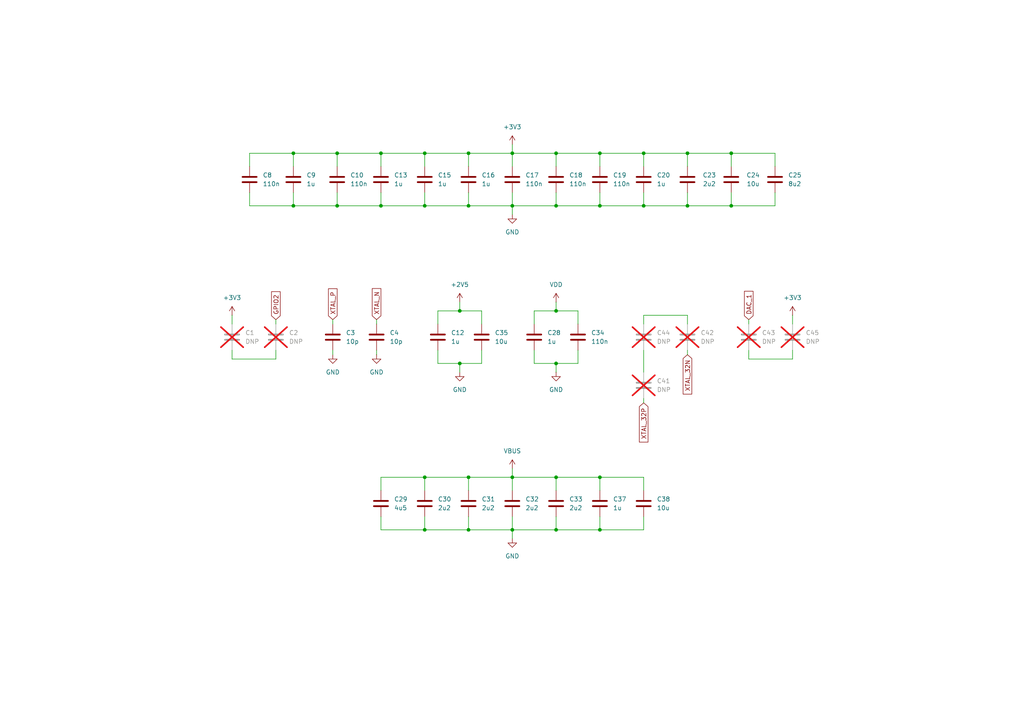
<source format=kicad_sch>
(kicad_sch (version 20231120) (generator "eeschema") (generator_version "8.0")
  (paper "A4")
  (title_block (title "MIG Dumper - Capacitors") (date "2024-09-14") (rev "1") (company "Carlos Sabogal"))
  (lib_symbols
    (symbol "Device:C" (pin_numbers hide) (pin_names (offset 0.254))
      (property "Reference" "C" (at 0.635 2.54 0))
      (property "Value" "C" (at 0.635 -2.54 0))
      (symbol "C_0_1"
        (polyline (pts (xy -2.032 -0.762) (xy 2.032 -0.762)) (stroke (width 0.508)))
        (polyline (pts (xy -2.032 0.762) (xy 2.032 0.762)) (stroke (width 0.508)))
      )
      (symbol "C_1_1"
        (pin passive line (at 0 3.81 270) (length 2.794) (name "~") (number "1"))
        (pin passive line (at 0 -3.81 90) (length 2.794) (name "~") (number "2"))
      )
    )
    (symbol "GND_2" (power) (pin_numbers hide) (pin_names (offset 0) hide)
      (property "Value" "GND" (at 0 -3.81 0))
      (symbol "GND_2_0_1"
        (polyline (pts (xy 0 0) (xy 0 -1.27) (xy 1.27 -1.27) (xy 0 -2.54) (xy -1.27 -1.27) (xy 0 -1.27)))
      )
      (symbol "GND_2_1_1"
        (pin power_in line (at 0 0 270) (length 0) (name "~") (number "1"))
      )
    )
    (symbol "power:+2V5" (power) (pin_numbers hide) (pin_names (offset 0) hide)
      (property "Value" "+2V5" (at 0 3.556 0))
      (symbol "+2V5_0_1"
        (polyline (pts (xy -0.762 1.27) (xy 0 2.54)))
        (polyline (pts (xy 0 0) (xy 0 2.54)))
        (polyline (pts (xy 0 2.54) (xy 0.762 1.27)))
      )
      (symbol "+2V5_1_1"
        (pin power_in line (at 0 0 90) (length 0) (name "~") (number "1"))
      )
    )
    (symbol "power:+3V3" (power) (pin_numbers hide) (pin_names (offset 0) hide)
      (property "Value" "+3V3" (at 0 3.556 0))
      (symbol "+3V3_0_1"
        (polyline (pts (xy -0.762 1.27) (xy 0 2.54)))
        (polyline (pts (xy 0 0) (xy 0 2.54)))
        (polyline (pts (xy 0 2.54) (xy 0.762 1.27)))
      )
      (symbol "+3V3_1_1"
        (pin power_in line (at 0 0 90) (length 0) (name "~") (number "1"))
      )
    )
    (symbol "power:VBUS" (power) (pin_numbers hide) (pin_names (offset 0) hide)
      (property "Value" "VBUS" (at 0 3.556 0))
      (symbol "VBUS_0_1"
        (polyline (pts (xy -0.762 1.27) (xy 0 2.54)))
        (polyline (pts (xy 0 0) (xy 0 2.54)))
        (polyline (pts (xy 0 2.54) (xy 0.762 1.27)))
      )
      (symbol "VBUS_1_1"
        (pin power_in line (at 0 0 90) (length 0) (name "~") (number "1"))
      )
    )
    (symbol "power:VDD" (power) (pin_numbers hide) (pin_names (offset 0) hide)
      (property "Value" "VDD" (at 0 3.556 0))
      (symbol "VDD_0_1"
        (polyline (pts (xy -0.762 1.27) (xy 0 2.54)))
        (polyline (pts (xy 0 0) (xy 0 2.54)))
        (polyline (pts (xy 0 2.54) (xy 0.762 1.27)))
      )
      (symbol "VDD_1_1"
        (pin power_in line (at 0 0 90) (length 0) (name "~") (number "1"))
      )
    )
  )
  (junction (at 161.29 59.69))
  (junction (at 212.09 59.69))
  (junction (at 173.99 44.45))
  (junction (at 135.89 153.67))
  (junction (at 161.29 138.43))
  (junction (at 199.39 59.69))
  (junction (at 212.09 44.45))
  (junction (at 123.19 44.45))
  (junction (at 148.59 44.45))
  (junction (at 133.35 90.17))
  (junction (at 148.59 59.69))
  (junction (at 161.29 105.41))
  (junction (at 123.19 153.67))
  (junction (at 135.89 138.43))
  (junction (at 148.59 138.43))
  (junction (at 173.99 138.43))
  (junction (at 123.19 138.43))
  (junction (at 97.79 44.45))
  (junction (at 110.49 59.69))
  (junction (at 135.89 44.45))
  (junction (at 123.19 59.69))
  (junction (at 85.09 59.69))
  (junction (at 135.89 59.69))
  (junction (at 85.09 44.45))
  (junction (at 161.29 153.67))
  (junction (at 161.29 44.45))
  (junction (at 199.39 44.45))
  (junction (at 161.29 90.17))
  (junction (at 186.69 44.45))
  (junction (at 148.59 153.67))
  (junction (at 97.79 59.69))
  (junction (at 110.49 44.45))
  (junction (at 186.69 59.69))
  (junction (at 133.35 105.41))
  (junction (at 173.99 59.69))
  (junction (at 173.99 153.67))
  (wire (pts (xy 161.29 90.17) (xy 167.64 90.17)))
  (wire (pts (xy 224.79 55.88) (xy 224.79 59.69)))
  (wire (pts (xy 67.31 91.44) (xy 67.31 93.98)))
  (wire (pts (xy 97.79 59.69) (xy 85.09 59.69)))
  (wire (pts (xy 186.69 48.26) (xy 186.69 44.45)))
  (wire (pts (xy 173.99 153.67) (xy 161.29 153.67)))
  (wire (pts (xy 173.99 44.45) (xy 173.99 48.26)))
  (wire (pts (xy 161.29 59.69) (xy 161.29 55.88)))
  (wire (pts (xy 133.35 105.41) (xy 127 105.41)))
  (wire (pts (xy 186.69 59.69) (xy 173.99 59.69)))
  (wire (pts (xy 85.09 44.45) (xy 97.79 44.45)))
  (wire (pts (xy 123.19 44.45) (xy 123.19 48.26)))
  (wire (pts (xy 80.01 92.71) (xy 80.01 93.98)))
  (wire (pts (xy 173.99 44.45) (xy 186.69 44.45)))
  (wire (pts (xy 167.64 90.17) (xy 167.64 93.98)))
  (wire (pts (xy 135.89 153.67) (xy 123.19 153.67)))
  (wire (pts (xy 217.17 93.98) (xy 217.17 92.71)))
  (wire (pts (xy 97.79 44.45) (xy 110.49 44.45)))
  (wire (pts (xy 154.94 105.41) (xy 154.94 101.6)))
  (wire (pts (xy 148.59 153.67) (xy 148.59 149.86)))
  (wire (pts (xy 123.19 138.43) (xy 123.19 142.24)))
  (wire (pts (xy 154.94 93.98) (xy 154.94 90.17)))
  (wire (pts (xy 135.89 153.67) (xy 148.59 153.67)))
  (wire (pts (xy 199.39 59.69) (xy 186.69 59.69)))
  (wire (pts (xy 173.99 138.43) (xy 173.99 142.24)))
  (wire (pts (xy 199.39 44.45) (xy 199.39 48.26)))
  (wire (pts (xy 148.59 138.43) (xy 148.59 135.89)))
  (wire (pts (xy 123.19 44.45) (xy 135.89 44.45)))
  (wire (pts (xy 154.94 90.17) (xy 161.29 90.17)))
  (wire (pts (xy 85.09 59.69) (xy 85.09 55.88)))
  (wire (pts (xy 186.69 115.57) (xy 186.69 116.84)))
  (wire (pts (xy 212.09 44.45) (xy 224.79 44.45)))
  (wire (pts (xy 186.69 142.24) (xy 186.69 138.43)))
  (wire (pts (xy 139.7 90.17) (xy 139.7 93.98)))
  (wire (pts (xy 127 90.17) (xy 133.35 90.17)))
  (wire (pts (xy 96.52 92.71) (xy 96.52 93.98)))
  (wire (pts (xy 161.29 105.41) (xy 161.29 107.95)))
  (wire (pts (xy 135.89 59.69) (xy 148.59 59.69)))
  (wire (pts (xy 173.99 149.86) (xy 173.99 153.67)))
  (wire (pts (xy 212.09 55.88) (xy 212.09 59.69)))
  (wire (pts (xy 135.89 55.88) (xy 135.89 59.69)))
  (wire (pts (xy 148.59 44.45) (xy 148.59 41.91)))
  (wire (pts (xy 186.69 153.67) (xy 186.69 149.86)))
  (wire (pts (xy 135.89 59.69) (xy 123.19 59.69)))
  (wire (pts (xy 199.39 44.45) (xy 212.09 44.45)))
  (wire (pts (xy 186.69 44.45) (xy 199.39 44.45)))
  (wire (pts (xy 224.79 59.69) (xy 212.09 59.69)))
  (wire (pts (xy 72.39 48.26) (xy 72.39 44.45)))
  (wire (pts (xy 85.09 44.45) (xy 85.09 48.26)))
  (wire (pts (xy 139.7 101.6) (xy 139.7 105.41)))
  (wire (pts (xy 186.69 59.69) (xy 186.69 55.88)))
  (wire (pts (xy 80.01 101.6) (xy 80.01 104.14)))
  (wire (pts (xy 161.29 153.67) (xy 161.29 149.86)))
  (wire (pts (xy 135.89 138.43) (xy 135.89 142.24)))
  (wire (pts (xy 110.49 59.69) (xy 97.79 59.69)))
  (wire (pts (xy 167.64 101.6) (xy 167.64 105.41)))
  (wire (pts (xy 161.29 153.67) (xy 148.59 153.67)))
  (wire (pts (xy 173.99 138.43) (xy 186.69 138.43)))
  (wire (pts (xy 72.39 44.45) (xy 85.09 44.45)))
  (wire (pts (xy 161.29 90.17) (xy 161.29 87.63)))
  (wire (pts (xy 148.59 142.24) (xy 148.59 138.43)))
  (wire (pts (xy 161.29 59.69) (xy 148.59 59.69)))
  (wire (pts (xy 199.39 102.87) (xy 199.39 101.6)))
  (wire (pts (xy 217.17 104.14) (xy 229.87 104.14)))
  (wire (pts (xy 148.59 138.43) (xy 161.29 138.43)))
  (wire (pts (xy 161.29 138.43) (xy 173.99 138.43)))
  (wire (pts (xy 80.01 104.14) (xy 67.31 104.14)))
  (wire (pts (xy 133.35 90.17) (xy 139.7 90.17)))
  (wire (pts (xy 199.39 91.44) (xy 186.69 91.44)))
  (wire (pts (xy 135.89 138.43) (xy 148.59 138.43)))
  (wire (pts (xy 212.09 59.69) (xy 199.39 59.69)))
  (wire (pts (xy 110.49 138.43) (xy 123.19 138.43)))
  (wire (pts (xy 123.19 153.67) (xy 110.49 153.67)))
  (wire (pts (xy 148.59 48.26) (xy 148.59 44.45)))
  (wire (pts (xy 161.29 138.43) (xy 161.29 142.24)))
  (wire (pts (xy 97.79 44.45) (xy 97.79 48.26)))
  (wire (pts (xy 135.89 44.45) (xy 148.59 44.45)))
  (wire (pts (xy 123.19 138.43) (xy 135.89 138.43)))
  (wire (pts (xy 110.49 59.69) (xy 110.49 55.88)))
  (wire (pts (xy 212.09 44.45) (xy 212.09 48.26)))
  (wire (pts (xy 85.09 59.69) (xy 72.39 59.69)))
  (wire (pts (xy 110.49 48.26) (xy 110.49 44.45)))
  (wire (pts (xy 167.64 105.41) (xy 161.29 105.41)))
  (wire (pts (xy 109.22 101.6) (xy 109.22 102.87)))
  (wire (pts (xy 123.19 59.69) (xy 110.49 59.69)))
  (wire (pts (xy 161.29 44.45) (xy 161.29 48.26)))
  (wire (pts (xy 127 105.41) (xy 127 101.6)))
  (wire (pts (xy 186.69 101.6) (xy 186.69 107.95)))
  (wire (pts (xy 161.29 105.41) (xy 154.94 105.41)))
  (wire (pts (xy 186.69 91.44) (xy 186.69 93.98)))
  (wire (pts (xy 148.59 59.69) (xy 148.59 62.23)))
  (wire (pts (xy 229.87 104.14) (xy 229.87 101.6)))
  (wire (pts (xy 110.49 153.67) (xy 110.49 149.86)))
  (wire (pts (xy 148.59 59.69) (xy 148.59 55.88)))
  (wire (pts (xy 110.49 44.45) (xy 123.19 44.45)))
  (wire (pts (xy 135.89 149.86) (xy 135.89 153.67)))
  (wire (pts (xy 97.79 55.88) (xy 97.79 59.69)))
  (wire (pts (xy 161.29 44.45) (xy 173.99 44.45)))
  (wire (pts (xy 123.19 153.67) (xy 123.19 149.86)))
  (wire (pts (xy 110.49 142.24) (xy 110.49 138.43)))
  (wire (pts (xy 139.7 105.41) (xy 133.35 105.41)))
  (wire (pts (xy 123.19 59.69) (xy 123.19 55.88)))
  (wire (pts (xy 173.99 59.69) (xy 161.29 59.69)))
  (wire (pts (xy 148.59 44.45) (xy 161.29 44.45)))
  (wire (pts (xy 127 93.98) (xy 127 90.17)))
  (wire (pts (xy 199.39 93.98) (xy 199.39 91.44)))
  (wire (pts (xy 186.69 153.67) (xy 173.99 153.67)))
  (wire (pts (xy 148.59 153.67) (xy 148.59 156.21)))
  (wire (pts (xy 217.17 101.6) (xy 217.17 104.14)))
  (wire (pts (xy 229.87 91.44) (xy 229.87 93.98)))
  (wire (pts (xy 133.35 105.41) (xy 133.35 107.95)))
  (wire (pts (xy 199.39 59.69) (xy 199.39 55.88)))
  (wire (pts (xy 96.52 101.6) (xy 96.52 102.87)))
  (wire (pts (xy 109.22 92.71) (xy 109.22 93.98)))
  (wire (pts (xy 133.35 90.17) (xy 133.35 87.63)))
  (wire (pts (xy 72.39 59.69) (xy 72.39 55.88)))
  (wire (pts (xy 224.79 44.45) (xy 224.79 48.26)))
  (wire (pts (xy 173.99 55.88) (xy 173.99 59.69)))
  (wire (pts (xy 135.89 44.45) (xy 135.89 48.26)))
  (wire (pts (xy 67.31 101.6) (xy 67.31 104.14)))
  (global_label "XTAL_32N" (shape input) (at 199.39 102.87 270) (property "Intersheetrefs" "${INTERSHEET_REFS}" (effects (hide yes))))
  (global_label "XTAL_32P" (shape input) (at 186.69 116.84 270) (property "Intersheetrefs" "${INTERSHEET_REFS}" (effects (hide yes))))
  (global_label "XTAL_P" (shape input) (at 96.52 92.71 90) (property "Intersheetrefs" "${INTERSHEET_REFS}" (effects (hide yes))))
  (global_label "GPIO2" (shape input) (at 80.01 92.71 90) (property "Intersheetrefs" "${INTERSHEET_REFS}" (effects (hide yes))))
  (global_label "XTAL_N" (shape input) (at 109.22 92.71 90) (property "Intersheetrefs" "${INTERSHEET_REFS}" (effects (hide yes))))
  (global_label "DAC_1" (shape input) (at 217.17 92.71 90) (property "Intersheetrefs" "${INTERSHEET_REFS}" (effects (hide yes))))
  (symbol (lib_id "Device:C") (at 186.69 111.76 0) (unit 1) (dnp yes)
    (property "Reference" "C41" (at 190.5 110.4899 0) (effects (justify left)))
    (property "Value" "DNP" (at 190.5 113.0299 0) (effects (justify left)))
    (property "Footprint" "Capacitor_SMD:C_0603_1608Metric" (effects (hide yes)))
    (property "Description" "Unpolarized capacitor" (effects (hide yes)))
  )
  (symbol (lib_name "GND_2") (lib_id "power:GND") (at 133.35 107.95 0) (unit 1)
    (property "Reference" "#PWR023" (effects (hide yes)))
    (property "Value" "GND" (at 133.35 113.03 0))
    (property "Description" "Power symbol creates a global label with name \"GND\" , ground" (effects (hide yes)))
  )
  (symbol (lib_id "power:+3V3") (at 148.59 41.91 0) (unit 1)
    (property "Reference" "#PWR046" (effects (hide yes)))
    (property "Value" "+3V3" (at 148.59 36.83 0))
    (property "Description" "Power symbol creates a global label with name \"+3V3\"" (effects (hide yes)))
  )
  (symbol (lib_id "Device:C") (at 217.17 97.79 0) (mirror x) (unit 1) (dnp yes)
    (property "Reference" "C43" (at 220.98 96.5201 0) (effects (justify left)))
    (property "Value" "DNP" (at 220.98 99.0601 0) (effects (justify left)))
    (property "Footprint" "Capacitor_SMD:C_0603_1608Metric" (effects (hide yes)))
    (property "Description" "Unpolarized capacitor" (effects (hide yes)))
  )
  (symbol (lib_id "Device:C") (at 127 97.79 0) (unit 1)
    (property "Reference" "C12" (at 130.81 96.5199 0) (effects (justify left)))
    (property "Value" "1u" (at 130.81 99.0599 0) (effects (justify left)))
    (property "Footprint" "Capacitor_SMD:C_0603_1608Metric" (effects (hide yes)))
    (property "Description" "Unpolarized capacitor" (effects (hide yes)))
  )
  (symbol (lib_name "GND_2") (lib_id "power:GND") (at 148.59 62.23 0) (unit 1)
    (property "Reference" "#PWR017" (effects (hide yes)))
    (property "Value" "GND" (at 148.59 67.31 0))
    (property "Description" "Power symbol creates a global label with name \"GND\" , ground" (effects (hide yes)))
  )
  (symbol (lib_id "power:+2V5") (at 133.35 87.63 0) (unit 1)
    (property "Reference" "#PWR033" (effects (hide yes)))
    (property "Value" "+2V5" (at 133.35 82.55 0))
    (property "Description" "Power symbol creates a global label with name \"+2V5\"" (effects (hide yes)))
  )
  (symbol (lib_name "GND_2") (lib_id "power:GND") (at 161.29 107.95 0) (unit 1)
    (property "Reference" "#PWR016" (effects (hide yes)))
    (property "Value" "GND" (at 161.29 113.03 0))
    (property "Description" "Power symbol creates a global label with name \"GND\" , ground" (effects (hide yes)))
  )
  (symbol (lib_id "Device:C") (at 135.89 52.07 0) (unit 1)
    (property "Reference" "C16" (at 139.7 50.7999 0) (effects (justify left)))
    (property "Value" "1u" (at 139.7 53.3399 0) (effects (justify left)))
    (property "Footprint" "Capacitor_SMD:C_0603_1608Metric" (effects (hide yes)))
    (property "Description" "Unpolarized capacitor" (effects (hide yes)))
  )
  (symbol (lib_id "Device:C") (at 186.69 146.05 0) (unit 1)
    (property "Reference" "C38" (at 190.5 144.7799 0) (effects (justify left)))
    (property "Value" "10u" (at 190.5 147.3199 0) (effects (justify left)))
    (property "Footprint" "Capacitor_SMD:C_1206_3216Metric_Pad1.33x1.80mm_HandSolder" (effects (hide yes)))
    (property "Description" "Unpolarized capacitor" (effects (hide yes)))
  )
  (symbol (lib_id "Device:C") (at 148.59 52.07 0) (unit 1)
    (property "Reference" "C17" (at 152.4 50.7999 0) (effects (justify left)))
    (property "Value" "110n" (at 152.4 53.3399 0) (effects (justify left)))
    (property "Footprint" "Capacitor_SMD:C_0603_1608Metric" (effects (hide yes)))
    (property "Description" "Unpolarized capacitor" (effects (hide yes)))
  )
  (symbol (lib_id "power:+3V3") (at 67.31 91.44 0) (unit 1)
    (property "Reference" "#PWR047" (effects (hide yes)))
    (property "Value" "+3V3" (at 67.31 86.36 0))
    (property "Description" "Power symbol creates a global label with name \"+3V3\"" (effects (hide yes)))
  )
  (symbol (lib_id "Device:C") (at 167.64 97.79 0) (unit 1)
    (property "Reference" "C34" (at 171.45 96.5199 0) (effects (justify left)))
    (property "Value" "110n" (at 171.45 99.0599 0) (effects (justify left)))
    (property "Footprint" "Capacitor_SMD:C_0603_1608Metric" (effects (hide yes)))
    (property "Description" "Unpolarized capacitor" (effects (hide yes)))
  )
  (symbol (lib_id "Device:C") (at 110.49 52.07 0) (unit 1)
    (property "Reference" "C13" (at 114.3 50.7999 0) (effects (justify left)))
    (property "Value" "1u" (at 114.3 53.3399 0) (effects (justify left)))
    (property "Footprint" "Capacitor_SMD:C_0603_1608Metric" (effects (hide yes)))
    (property "Description" "Unpolarized capacitor" (effects (hide yes)))
  )
  (symbol (lib_id "Device:C") (at 148.59 146.05 0) (unit 1)
    (property "Reference" "C32" (at 152.4 144.7799 0) (effects (justify left)))
    (property "Value" "2u2" (at 152.4 147.3199 0) (effects (justify left)))
    (property "Footprint" "Capacitor_SMD:C_0603_1608Metric" (effects (hide yes)))
    (property "Description" "Unpolarized capacitor" (effects (hide yes)))
  )
  (symbol (lib_id "Device:C") (at 139.7 97.79 0) (unit 1)
    (property "Reference" "C35" (at 143.51 96.5199 0) (effects (justify left)))
    (property "Value" "10u" (at 143.51 99.0599 0) (effects (justify left)))
    (property "Footprint" "Capacitor_SMD:C_1206_3216Metric_Pad1.33x1.80mm_HandSolder" (effects (hide yes)))
    (property "Description" "Unpolarized capacitor" (effects (hide yes)))
  )
  (symbol (lib_id "Device:C") (at 109.22 97.79 0) (unit 1)
    (property "Reference" "C4" (at 113.03 96.5199 0) (effects (justify left)))
    (property "Value" "10p" (at 113.03 99.0599 0) (effects (justify left)))
    (property "Footprint" "Capacitor_SMD:C_0603_1608Metric" (effects (hide yes)))
    (property "Description" "Unpolarized capacitor" (effects (hide yes)))
  )
  (symbol (lib_id "Device:C") (at 110.49 146.05 0) (unit 1)
    (property "Reference" "C29" (at 114.3 144.7799 0) (effects (justify left)))
    (property "Value" "4u5" (at 114.3 147.3199 0) (effects (justify left)))
    (property "Footprint" "Capacitor_SMD:C_1206_3216Metric_Pad1.33x1.80mm_HandSolder" (effects (hide yes)))
    (property "Description" "Unpolarized capacitor" (effects (hide yes)))
  )
  (symbol (lib_name "GND_2") (lib_id "power:GND") (at 109.22 102.87 0) (unit 1)
    (property "Reference" "#PWR014" (effects (hide yes)))
    (property "Value" "GND" (at 109.22 107.95 0))
    (property "Description" "Power symbol creates a global label with name \"GND\" , ground" (effects (hide yes)))
  )
  (symbol (lib_id "Device:C") (at 212.09 52.07 0) (unit 1)
    (property "Reference" "C24" (at 218.44 50.8 0))
    (property "Value" "10u" (at 218.44 53.34 0))
    (property "Footprint" "Capacitor_SMD:C_1206_3216Metric_Pad1.33x1.80mm_HandSolder" (effects (hide yes)))
    (property "Description" "Unpolarized capacitor" (effects (hide yes)))
  )
  (symbol (lib_id "Device:C") (at 67.31 97.79 0) (unit 1) (dnp yes)
    (property "Reference" "C1" (at 71.12 96.5199 0) (effects (justify left)))
    (property "Value" "DNP" (at 71.12 99.0599 0) (effects (justify left)))
    (property "Footprint" "Capacitor_SMD:C_1206_3216Metric_Pad1.33x1.80mm_HandSolder" (effects (hide yes)))
    (property "Description" "Unpolarized capacitor" (effects (hide yes)))
  )
  (symbol (lib_id "Device:C") (at 85.09 52.07 0) (unit 1)
    (property "Reference" "C9" (at 88.9 50.7999 0) (effects (justify left)))
    (property "Value" "1u" (at 88.9 53.3399 0) (effects (justify left)))
    (property "Footprint" "Capacitor_SMD:C_0603_1608Metric" (effects (hide yes)))
    (property "Description" "Unpolarized capacitor" (effects (hide yes)))
  )
  (symbol (lib_id "Device:C") (at 123.19 52.07 0) (unit 1)
    (property "Reference" "C15" (at 127 50.7999 0) (effects (justify left)))
    (property "Value" "1u" (at 127 53.3399 0) (effects (justify left)))
    (property "Footprint" "Capacitor_SMD:C_0603_1608Metric" (effects (hide yes)))
    (property "Description" "Unpolarized capacitor" (effects (hide yes)))
  )
  (symbol (lib_id "Device:C") (at 123.19 146.05 0) (unit 1)
    (property "Reference" "C30" (at 127 144.7799 0) (effects (justify left)))
    (property "Value" "2u2" (at 127 147.3199 0) (effects (justify left)))
    (property "Footprint" "Capacitor_SMD:C_0603_1608Metric" (effects (hide yes)))
    (property "Description" "Unpolarized capacitor" (effects (hide yes)))
  )
  (symbol (lib_id "power:VBUS") (at 148.59 135.89 0) (unit 1)
    (property "Reference" "#PWR015" (effects (hide yes)))
    (property "Value" "VBUS" (at 148.59 130.81 0))
    (property "Description" "Power symbol creates a global label with name \"VBUS\"" (effects (hide yes)))
  )
  (symbol (lib_id "Device:C") (at 229.87 97.79 0) (mirror y) (unit 1) (dnp yes)
    (property "Reference" "C45" (at 233.68 96.5201 0) (effects (justify right)))
    (property "Value" "DNP" (at 233.68 99.0601 0) (effects (justify right)))
    (property "Footprint" "Capacitor_SMD:C_0201_0603Metric" (effects (hide yes)))
    (property "Description" "Unpolarized capacitor" (effects (hide yes)))
  )
  (symbol (lib_id "Device:C") (at 224.79 52.07 0) (unit 1)
    (property "Reference" "C25" (at 228.6 50.7999 0) (effects (justify left)))
    (property "Value" "8u2" (at 228.6 53.3399 0) (effects (justify left)))
    (property "Footprint" "Capacitor_SMD:C_1206_3216Metric_Pad1.33x1.80mm_HandSolder" (effects (hide yes)))
    (property "Description" "Unpolarized capacitor" (effects (hide yes)))
  )
  (symbol (lib_id "Device:C") (at 154.94 97.79 0) (unit 1)
    (property "Reference" "C28" (at 158.75 96.5199 0) (effects (justify left)))
    (property "Value" "1u" (at 158.75 99.0599 0) (effects (justify left)))
    (property "Footprint" "Capacitor_SMD:C_0603_1608Metric" (effects (hide yes)))
    (property "Description" "Unpolarized capacitor" (effects (hide yes)))
  )
  (symbol (lib_id "Device:C") (at 72.39 52.07 0) (unit 1)
    (property "Reference" "C8" (at 76.2 50.7999 0) (effects (justify left)))
    (property "Value" "110n" (at 76.2 53.3399 0) (effects (justify left)))
    (property "Footprint" "Capacitor_SMD:C_0603_1608Metric" (effects (hide yes)))
    (property "Description" "Unpolarized capacitor" (effects (hide yes)))
  )
  (symbol (lib_id "Device:C") (at 96.52 97.79 0) (unit 1)
    (property "Reference" "C3" (at 100.33 96.5199 0) (effects (justify left)))
    (property "Value" "10p" (at 100.33 99.0599 0) (effects (justify left)))
    (property "Footprint" "Capacitor_SMD:C_0603_1608Metric" (effects (hide yes)))
    (property "Description" "Unpolarized capacitor" (effects (hide yes)))
  )
  (symbol (lib_name "GND_2") (lib_id "power:GND") (at 148.59 156.21 0) (unit 1)
    (property "Reference" "#PWR019" (effects (hide yes)))
    (property "Value" "GND" (at 148.59 161.29 0))
    (property "Description" "Power symbol creates a global label with name \"GND\" , ground" (effects (hide yes)))
  )
  (symbol (lib_id "Device:C") (at 161.29 146.05 0) (unit 1)
    (property "Reference" "C33" (at 165.1 144.7799 0) (effects (justify left)))
    (property "Value" "2u2" (at 165.1 147.3199 0) (effects (justify left)))
    (property "Footprint" "Capacitor_SMD:C_0603_1608Metric" (effects (hide yes)))
    (property "Description" "Unpolarized capacitor" (effects (hide yes)))
  )
  (symbol (lib_id "Device:C") (at 199.39 97.79 0) (unit 1) (dnp yes)
    (property "Reference" "C42" (at 203.2 96.5199 0) (effects (justify left)))
    (property "Value" "DNP" (at 203.2 99.0599 0) (effects (justify left)))
    (property "Footprint" "Capacitor_SMD:C_0603_1608Metric" (effects (hide yes)))
    (property "Description" "Unpolarized capacitor" (effects (hide yes)))
  )
  (symbol (lib_id "Device:C") (at 161.29 52.07 0) (unit 1)
    (property "Reference" "C18" (at 165.1 50.7999 0) (effects (justify left)))
    (property "Value" "110n" (at 165.1 53.3399 0) (effects (justify left)))
    (property "Footprint" "Capacitor_SMD:C_0603_1608Metric" (effects (hide yes)))
    (property "Description" "Unpolarized capacitor" (effects (hide yes)))
  )
  (symbol (lib_id "Device:C") (at 186.69 97.79 180) (unit 1) (dnp yes)
    (property "Reference" "C44" (at 190.5 96.5199 0) (effects (justify right)))
    (property "Value" "DNP" (at 190.5 99.0599 0) (effects (justify right)))
    (property "Footprint" "Capacitor_SMD:C_0201_0603Metric" (effects (hide yes)))
    (property "Description" "Unpolarized capacitor" (effects (hide yes)))
  )
  (symbol (lib_id "Device:C") (at 173.99 146.05 0) (unit 1)
    (property "Reference" "C37" (at 177.8 144.7799 0) (effects (justify left)))
    (property "Value" "1u" (at 177.8 147.3199 0) (effects (justify left)))
    (property "Footprint" "Capacitor_SMD:C_0603_1608Metric" (effects (hide yes)))
    (property "Description" "Unpolarized capacitor" (effects (hide yes)))
  )
  (symbol (lib_id "power:+3V3") (at 229.87 91.44 0) (unit 1)
    (property "Reference" "#PWR011" (effects (hide yes)))
    (property "Value" "+3V3" (at 229.87 86.36 0))
    (property "Description" "Power symbol creates a global label with name \"+3V3\"" (effects (hide yes)))
  )
  (symbol (lib_id "Device:C") (at 80.01 97.79 0) (unit 1) (dnp yes)
    (property "Reference" "C2" (at 83.82 96.5199 0) (effects (justify left)))
    (property "Value" "DNP" (at 83.82 99.0599 0) (effects (justify left)))
    (property "Footprint" "Capacitor_SMD:C_0603_1608Metric" (effects (hide yes)))
    (property "Description" "Unpolarized capacitor" (effects (hide yes)))
  )
  (symbol (lib_name "GND_2") (lib_id "power:GND") (at 96.52 102.87 0) (unit 1)
    (property "Reference" "#PWR013" (effects (hide yes)))
    (property "Value" "GND" (at 96.52 107.95 0))
    (property "Description" "Power symbol creates a global label with name \"GND\" , ground" (effects (hide yes)))
  )
  (symbol (lib_id "Device:C") (at 135.89 146.05 0) (unit 1)
    (property "Reference" "C31" (at 139.7 144.7799 0) (effects (justify left)))
    (property "Value" "2u2" (at 139.7 147.3199 0) (effects (justify left)))
    (property "Footprint" "Capacitor_SMD:C_0603_1608Metric" (effects (hide yes)))
    (property "Description" "Unpolarized capacitor" (effects (hide yes)))
  )
  (symbol (lib_id "Device:C") (at 173.99 52.07 0) (unit 1)
    (property "Reference" "C19" (at 177.8 50.7999 0) (effects (justify left)))
    (property "Value" "110n" (at 177.8 53.3399 0) (effects (justify left)))
    (property "Footprint" "Capacitor_SMD:C_0603_1608Metric" (effects (hide yes)))
    (property "Description" "Unpolarized capacitor" (effects (hide yes)))
  )
  (symbol (lib_id "Device:C") (at 97.79 52.07 0) (unit 1)
    (property "Reference" "C10" (at 101.6 50.7999 0) (effects (justify left)))
    (property "Value" "110n" (at 101.6 53.3399 0) (effects (justify left)))
    (property "Footprint" "Capacitor_SMD:C_0603_1608Metric" (effects (hide yes)))
    (property "Description" "Unpolarized capacitor" (effects (hide yes)))
  )
  (symbol (lib_id "Device:C") (at 186.69 52.07 0) (unit 1)
    (property "Reference" "C20" (at 190.5 50.7999 0) (effects (justify left)))
    (property "Value" "1u" (at 190.5 53.3399 0) (effects (justify left)))
    (property "Footprint" "Capacitor_SMD:C_0603_1608Metric" (effects (hide yes)))
    (property "Description" "Unpolarized capacitor" (effects (hide yes)))
  )
  (symbol (lib_id "Device:C") (at 199.39 52.07 0) (unit 1)
    (property "Reference" "C23" (at 205.74 50.8 0))
    (property "Value" "2u2" (at 205.74 53.34 0))
    (property "Footprint" "Capacitor_SMD:C_0603_1608Metric" (effects (hide yes)))
    (property "Description" "Unpolarized capacitor" (effects (hide yes)))
  )
  (symbol (lib_id "power:VDD") (at 161.29 87.63 0) (unit 1)
    (property "Reference" "#PWR057" (effects (hide yes)))
    (property "Value" "VDD" (at 161.29 82.55 0))
    (property "Description" "Power symbol creates a global label with name \"VDD\"" (effects (hide yes)))
  )
)
</source>
